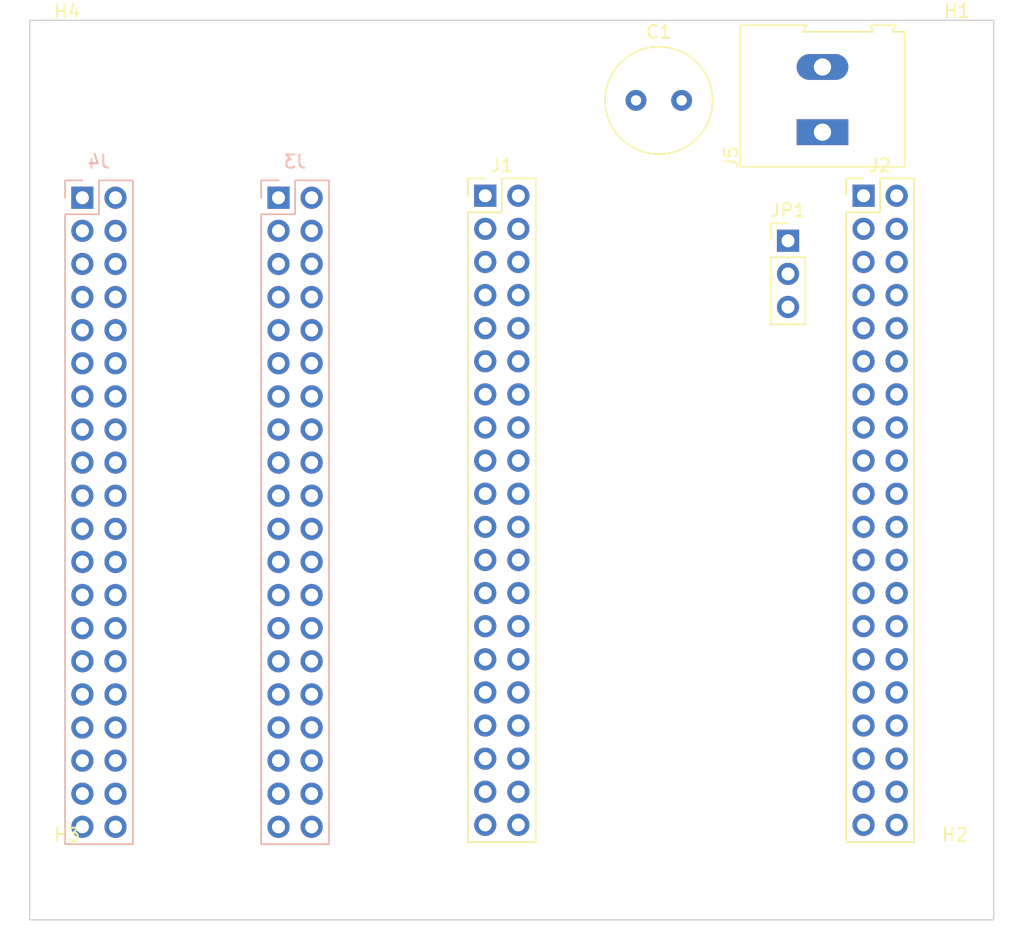
<source format=kicad_pcb>
(kicad_pcb (version 20221018) (generator pcbnew)
  (layers (0 "F.Cu" signal) (31 "B.Cu" signal) (34 "B.Paste" user) (35 "F.Paste" user) (36 "B.SilkS" user "B.Silkscreen") (37 "F.SilkS" user "F.Silkscreen") (38 "B.Mask" user) (39 "F.Mask" user) (44 "Edge.Cuts" user))
  (net 0 "")
  (net 1 "VCC")
  (net 2 "GND")
  (net 3 "Net-(J1-Pin_1)")
  (net 4 "/A0")
  (net 5 "/D0")
  (net 6 "/A1")
  (net 7 "/D1")
  (net 8 "/A2")
  (net 9 "/D2")
  (net 10 "/A3")
  (net 11 "/D3")
  (net 12 "/A4")
  (net 13 "/D4")
  (net 14 "/A5")
  (net 15 "/D5")
  (net 16 "/A6")
  (net 17 "/D6")
  (net 18 "/A7")
  (net 19 "/D7")
  (net 20 "/A8")
  (net 21 "/IO0")
  (net 22 "/A9")
  (net 23 "/IO1")
  (net 24 "/A10")
  (net 25 "/IO2")
  (net 26 "/A11")
  (net 27 "/IO3")
  (net 28 "/A12")
  (net 29 "/IO4")
  (net 30 "/A13")
  (net 31 "/IO5")
  (net 32 "/A14")
  (net 33 "/IO6")
  (net 34 "/A15")
  (net 35 "/IO7")
  (net 36 "/Clock")
  (net 37 "/~{RST}")
  (net 38 "/R~{W}")
  (net 39 "/~{NMI}")
  (net 40 "/~{DMA}")
  (net 41 "/~{IRQ}")
  (net 42 "Net-(J5-Pin_1)")
  (footprint "Connector_PinHeader_2.54mm:PinHeader_1x03_P2.54mm_Vertical" (layer "F.Cu") (at 135.2296 99.7204)
    (fp_text reference "JP1" (at 0 -2.33) (layer "F.SilkS"))
    (fp_text value "PWR_Select")
    (fp_line (start -1.33 -1.33) (end 0 -1.33) (stroke (width 0.12)) (layer "F.SilkS"))
    (fp_line (start -1.33 0) (end -1.33 -1.33) (stroke (width 0.12)) (layer "F.SilkS"))
    (fp_line (start -1.33 1.27) (end -1.33 6.41) (stroke (width 0.12)) (layer "F.SilkS"))
    (fp_line (start -1.33 1.27) (end 1.33 1.27) (stroke (width 0.12)) (layer "F.SilkS"))
    (fp_line (start -1.33 6.41) (end 1.33 6.41) (stroke (width 0.12)) (layer "F.SilkS"))
    (fp_line (start 1.33 1.27) (end 1.33 6.41) (stroke (width 0.12)) (layer "F.SilkS"))
    (pad "1" thru_hole rect (at 0 0) (size 1.7 1.7) (drill 1) (layers "*.Cu" "*.Mask") (net 3 "Net-(J1-Pin_1)"))
    (pad "2" thru_hole oval (at 0 2.54) (size 1.7 1.7) (drill 1) (layers "*.Cu" "*.Mask") (net 1 "VCC"))
    (pad "3" thru_hole oval (at 0 5.08) (size 1.7 1.7) (drill 1) (layers "*.Cu" "*.Mask") (net 42 "Net-(J5-Pin_1)"))
  )
  (footprint "TerminalBlock:TerminalBlock_Altech_AK300-2_P5.00mm" (layer "F.Cu") (at 137.8712 91.3892 90)
    (fp_text reference "J5" (at -1.92 -6.99 90) (layer "F.SilkS"))
    (fp_text value "PWR")
    (fp_line (start -2.65 -6.3) (end -2.65 6.3) (stroke (width 0.12)) (layer "F.SilkS"))
    (fp_line (start -2.65 6.3) (end 7.7 6.3) (stroke (width 0.12)) (layer "F.SilkS"))
    (fp_line (start 7.7 -1.5) (end 8.2 -1.2) (stroke (width 0.12)) (layer "F.SilkS"))
    (fp_line (start 7.7 3.9) (end 7.7 -1.5) (stroke (width 0.12)) (layer "F.SilkS"))
    (fp_line (start 7.7 5.35) (end 8.2 5.6) (stroke (width 0.12)) (layer "F.SilkS"))
    (fp_line (start 7.7 6.3) (end 7.7 5.35) (stroke (width 0.12)) (layer "F.SilkS"))
    (fp_line (start 8.2 -6.3) (end -2.65 -6.3) (stroke (width 0.12)) (layer "F.SilkS"))
    (fp_line (start 8.2 -1.2) (end 8.2 -6.3) (stroke (width 0.12)) (layer "F.SilkS"))
    (fp_line (start 8.2 3.65) (end 7.7 3.9) (stroke (width 0.12)) (layer "F.SilkS"))
    (fp_line (start 8.2 3.7) (end 8.2 3.65) (stroke (width 0.12)) (layer "F.SilkS"))
    (fp_line (start 8.2 5.6) (end 8.2 3.7) (stroke (width 0.12)) (layer "F.SilkS"))
    (pad "1" thru_hole rect (at 0 0 90) (size 1.98 3.96) (drill 1.32) (layers "*.Cu" "*.Mask") (net 42 "Net-(J5-Pin_1)"))
    (pad "2" thru_hole oval (at 5 0 90) (size 1.98 3.96) (drill 1.32) (layers "*.Cu" "*.Mask") (net 2 "GND"))
  )
  (footprint "Connector_PinHeader_2.54mm:PinHeader_2x20_P2.54mm_Vertical" (layer "F.Cu") (at 112.014 96.266)
    (fp_text reference "J1" (at 1.27 -2.33) (layer "F.SilkS"))
    (fp_text value "IN")
    (fp_line (start -1.33 -1.33) (end 0 -1.33) (stroke (width 0.12)) (layer "F.SilkS"))
    (fp_line (start -1.33 0) (end -1.33 -1.33) (stroke (width 0.12)) (layer "F.SilkS"))
    (fp_line (start -1.33 1.27) (end -1.33 49.59) (stroke (width 0.12)) (layer "F.SilkS"))
    (fp_line (start -1.33 1.27) (end 1.27 1.27) (stroke (width 0.12)) (layer "F.SilkS"))
    (fp_line (start -1.33 49.59) (end 3.87 49.59) (stroke (width 0.12)) (layer "F.SilkS"))
    (fp_line (start 1.27 -1.33) (end 3.87 -1.33) (stroke (width 0.12)) (layer "F.SilkS"))
    (fp_line (start 1.27 1.27) (end 1.27 -1.33) (stroke (width 0.12)) (layer "F.SilkS"))
    (fp_line (start 3.87 -1.33) (end 3.87 49.59) (stroke (width 0.12)) (layer "F.SilkS"))
    (pad "1" thru_hole rect (at 0 0) (size 1.7 1.7) (drill 1) (layers "*.Cu" "*.Mask") (net 3 "Net-(J1-Pin_1)"))
    (pad "2" thru_hole oval (at 2.54 0) (size 1.7 1.7) (drill 1) (layers "*.Cu" "*.Mask") (net 2 "GND"))
    (pad "3" thru_hole oval (at 0 2.54) (size 1.7 1.7) (drill 1) (layers "*.Cu" "*.Mask") (net 4 "/A0"))
    (pad "4" thru_hole oval (at 2.54 2.54) (size 1.7 1.7) (drill 1) (layers "*.Cu" "*.Mask") (net 5 "/D0"))
    (pad "5" thru_hole oval (at 0 5.08) (size 1.7 1.7) (drill 1) (layers "*.Cu" "*.Mask") (net 6 "/A1"))
    (pad "6" thru_hole oval (at 2.54 5.08) (size 1.7 1.7) (drill 1) (layers "*.Cu" "*.Mask") (net 7 "/D1"))
    (pad "7" thru_hole oval (at 0 7.62) (size 1.7 1.7) (drill 1) (layers "*.Cu" "*.Mask") (net 8 "/A2"))
    (pad "8" thru_hole oval (at 2.54 7.62) (size 1.7 1.7) (drill 1) (layers "*.Cu" "*.Mask") (net 9 "/D2"))
    (pad "9" thru_hole oval (at 0 10.16) (size 1.7 1.7) (drill 1) (layers "*.Cu" "*.Mask") (net 10 "/A3"))
    (pad "10" thru_hole oval (at 2.54 10.16) (size 1.7 1.7) (drill 1) (layers "*.Cu" "*.Mask") (net 11 "/D3"))
    (pad "11" thru_hole oval (at 0 12.7) (size 1.7 1.7) (drill 1) (layers "*.Cu" "*.Mask") (net 12 "/A4"))
    (pad "12" thru_hole oval (at 2.54 12.7) (size 1.7 1.7) (drill 1) (layers "*.Cu" "*.Mask") (net 13 "/D4"))
    (pad "13" thru_hole oval (at 0 15.24) (size 1.7 1.7) (drill 1) (layers "*.Cu" "*.Mask") (net 14 "/A5"))
    (pad "14" thru_hole oval (at 2.54 15.24) (size 1.7 1.7) (drill 1) (layers "*.Cu" "*.Mask") (net 15 "/D5"))
    (pad "15" thru_hole oval (at 0 17.78) (size 1.7 1.7) (drill 1) (layers "*.Cu" "*.Mask") (net 16 "/A6"))
    (pad "16" thru_hole oval (at 2.54 17.78) (size 1.7 1.7) (drill 1) (layers "*.Cu" "*.Mask") (net 17 "/D6"))
    (pad "17" thru_hole oval (at 0 20.32) (size 1.7 1.7) (drill 1) (layers "*.Cu" "*.Mask") (net 18 "/A7"))
    (pad "18" thru_hole oval (at 2.54 20.32) (size 1.7 1.7) (drill 1) (layers "*.Cu" "*.Mask") (net 19 "/D7"))
    (pad "19" thru_hole oval (at 0 22.86) (size 1.7 1.7) (drill 1) (layers "*.Cu" "*.Mask") (net 20 "/A8"))
    (pad "20" thru_hole oval (at 2.54 22.86) (size 1.7 1.7) (drill 1) (layers "*.Cu" "*.Mask") (net 21 "/IO0"))
    (pad "21" thru_hole oval (at 0 25.4) (size 1.7 1.7) (drill 1) (layers "*.Cu" "*.Mask") (net 22 "/A9"))
    (pad "22" thru_hole oval (at 2.54 25.4) (size 1.7 1.7) (drill 1) (layers "*.Cu" "*.Mask") (net 23 "/IO1"))
    (pad "23" thru_hole oval (at 0 27.94) (size 1.7 1.7) (drill 1) (layers "*.Cu" "*.Mask") (net 24 "/A10"))
    (pad "24" thru_hole oval (at 2.54 27.94) (size 1.7 1.7) (drill 1) (layers "*.Cu" "*.Mask") (net 25 "/IO2"))
    (pad "25" thru_hole oval (at 0 30.48) (size 1.7 1.7) (drill 1) (layers "*.Cu" "*.Mask") (net 26 "/A11"))
    (pad "26" thru_hole oval (at 2.54 30.48) (size 1.7 1.7) (drill 1) (layers "*.Cu" "*.Mask") (net 27 "/IO3"))
    (pad "27" thru_hole oval (at 0 33.02) (size 1.7 1.7) (drill 1) (layers "*.Cu" "*.Mask") (net 28 "/A12"))
    (pad "28" thru_hole oval (at 2.54 33.02) (size 1.7 1.7) (drill 1) (layers "*.Cu" "*.Mask") (net 29 "/IO4"))
    (pad "29" thru_hole oval (at 0 35.56) (size 1.7 1.7) (drill 1) (layers "*.Cu" "*.Mask") (net 30 "/A13"))
    (pad "30" thru_hole oval (at 2.54 35.56) (size 1.7 1.7) (drill 1) (layers "*.Cu" "*.Mask") (net 31 "/IO5"))
    (pad "31" thru_hole oval (at 0 38.1) (size 1.7 1.7) (drill 1) (layers "*.Cu" "*.Mask") (net 32 "/A14"))
    (pad "32" thru_hole oval (at 2.54 38.1) (size 1.7 1.7) (drill 1) (layers "*.Cu" "*.Mask") (net 33 "/IO6"))
    (pad "33" thru_hole oval (at 0 40.64) (size 1.7 1.7) (drill 1) (layers "*.Cu" "*.Mask") (net 34 "/A15"))
    (pad "34" thru_hole oval (at 2.54 40.64) (size 1.7 1.7) (drill 1) (layers "*.Cu" "*.Mask") (net 35 "/IO7"))
    (pad "35" thru_hole oval (at 0 43.18) (size 1.7 1.7) (drill 1) (layers "*.Cu" "*.Mask") (net 36 "/Clock"))
    (pad "36" thru_hole oval (at 2.54 43.18) (size 1.7 1.7) (drill 1) (layers "*.Cu" "*.Mask") (net 37 "/~{RST}"))
    (pad "37" thru_hole oval (at 0 45.72) (size 1.7 1.7) (drill 1) (layers "*.Cu" "*.Mask") (net 38 "/R~{W}"))
    (pad "38" thru_hole oval (at 2.54 45.72) (size 1.7 1.7) (drill 1) (layers "*.Cu" "*.Mask") (net 39 "/~{NMI}"))
    (pad "39" thru_hole oval (at 0 48.26) (size 1.7 1.7) (drill 1) (layers "*.Cu" "*.Mask") (net 40 "/~{DMA}"))
    (pad "40" thru_hole oval (at 2.54 48.26) (size 1.7 1.7) (drill 1) (layers "*.Cu" "*.Mask") (net 41 "/~{IRQ}"))
  )
  (footprint "MountingHole:MountingHole_2.5mm" (layer "F.Cu") (at 79.9592 148.7932)
    (fp_text reference "H3" (at 0 -3.5) (layer "F.SilkS"))
    (fp_text value "MountingHole")
    (pad "" np_thru_hole circle (at 0 0) (size 2.5 2.5) (drill 2.5) (layers "*.Cu" "*.Mask"))
  )
  (footprint "MountingHole:MountingHole_2.5mm" (layer "F.Cu") (at 79.9592 85.6488)
    (fp_text reference "H4" (at 0 -3.5) (layer "F.SilkS"))
    (fp_text value "MountingHole")
    (pad "" np_thru_hole circle (at 0 0) (size 2.5 2.5) (drill 2.5) (layers "*.Cu" "*.Mask"))
  )
  (footprint "MountingHole:MountingHole_2.5mm" (layer "F.Cu") (at 148.0312 148.7932)
    (fp_text reference "H2" (at 0 -3.5) (layer "F.SilkS"))
    (fp_text value "MountingHole")
    (pad "" np_thru_hole circle (at 0 0) (size 2.5 2.5) (drill 2.5) (layers "*.Cu" "*.Mask"))
  )
  (footprint "MountingHole:MountingHole_2.5mm" (layer "F.Cu") (at 148.1836 85.598)
    (fp_text reference "H1" (at 0 -3.5) (layer "F.SilkS"))
    (fp_text value "MountingHole")
    (pad "" np_thru_hole circle (at 0 0) (size 2.5 2.5) (drill 2.5) (layers "*.Cu" "*.Mask"))
  )
  (footprint "Connector_PinHeader_2.54mm:PinHeader_2x20_P2.54mm_Vertical" (layer "F.Cu") (at 141.0208 96.266)
    (fp_text reference "J2" (at 1.27 -2.33) (layer "F.SilkS"))
    (fp_text value "OUT1")
    (fp_line (start -1.33 -1.33) (end 0 -1.33) (stroke (width 0.12)) (layer "F.SilkS"))
    (fp_line (start -1.33 0) (end -1.33 -1.33) (stroke (width 0.12)) (layer "F.SilkS"))
    (fp_line (start -1.33 1.27) (end -1.33 49.59) (stroke (width 0.12)) (layer "F.SilkS"))
    (fp_line (start -1.33 1.27) (end 1.27 1.27) (stroke (width 0.12)) (layer "F.SilkS"))
    (fp_line (start -1.33 49.59) (end 3.87 49.59) (stroke (width 0.12)) (layer "F.SilkS"))
    (fp_line (start 1.27 -1.33) (end 3.87 -1.33) (stroke (width 0.12)) (layer "F.SilkS"))
    (fp_line (start 1.27 1.27) (end 1.27 -1.33) (stroke (width 0.12)) (layer "F.SilkS"))
    (fp_line (start 3.87 -1.33) (end 3.87 49.59) (stroke (width 0.12)) (layer "F.SilkS"))
    (pad "1" thru_hole rect (at 0 0) (size 1.7 1.7) (drill 1) (layers "*.Cu" "*.Mask") (net 1 "VCC"))
    (pad "2" thru_hole oval (at 2.54 0) (size 1.7 1.7) (drill 1) (layers "*.Cu" "*.Mask") (net 2 "GND"))
    (pad "3" thru_hole oval (at 0 2.54) (size 1.7 1.7) (drill 1) (layers "*.Cu" "*.Mask") (net 4 "/A0"))
    (pad "4" thru_hole oval (at 2.54 2.54) (size 1.7 1.7) (drill 1) (layers "*.Cu" "*.Mask") (net 5 "/D0"))
    (pad "5" thru_hole oval (at 0 5.08) (size 1.7 1.7) (drill 1) (layers "*.Cu" "*.Mask") (net 6 "/A1"))
    (pad "6" thru_hole oval (at 2.54 5.08) (size 1.7 1.7) (drill 1) (layers "*.Cu" "*.Mask") (net 7 "/D1"))
    (pad "7" thru_hole oval (at 0 7.62) (size 1.7 1.7) (drill 1) (layers "*.Cu" "*.Mask") (net 8 "/A2"))
    (pad "8" thru_hole oval (at 2.54 7.62) (size 1.7 1.7) (drill 1) (layers "*.Cu" "*.Mask") (net 9 "/D2"))
    (pad "9" thru_hole oval (at 0 10.16) (size 1.7 1.7) (drill 1) (layers "*.Cu" "*.Mask") (net 10 "/A3"))
    (pad "10" thru_hole oval (at 2.54 10.16) (size 1.7 1.7) (drill 1) (layers "*.Cu" "*.Mask") (net 11 "/D3"))
    (pad "11" thru_hole oval (at 0 12.7) (size 1.7 1.7) (drill 1) (layers "*.Cu" "*.Mask") (net 12 "/A4"))
    (pad "12" thru_hole oval (at 2.54 12.7) (size 1.7 1.7) (drill 1) (layers "*.Cu" "*.Mask") (net 13 "/D4"))
    (pad "13" thru_hole oval (at 0 15.24) (size 1.7 1.7) (drill 1) (layers "*.Cu" "*.Mask") (net 14 "/A5"))
    (pad "14" thru_hole oval (at 2.54 15.24) (size 1.7 1.7) (drill 1) (layers "*.Cu" "*.Mask") (net 15 "/D5"))
    (pad "15" thru_hole oval (at 0 17.78) (size 1.7 1.7) (drill 1) (layers "*.Cu" "*.Mask") (net 16 "/A6"))
    (pad "16" thru_hole oval (at 2.54 17.78) (size 1.7 1.7) (drill 1) (layers "*.Cu" "*.Mask") (net 17 "/D6"))
    (pad "17" thru_hole oval (at 0 20.32) (size 1.7 1.7) (drill 1) (layers "*.Cu" "*.Mask") (net 18 "/A7"))
    (pad "18" thru_hole oval (at 2.54 20.32) (size 1.7 1.7) (drill 1) (layers "*.Cu" "*.Mask") (net 19 "/D7"))
    (pad "19" thru_hole oval (at 0 22.86) (size 1.7 1.7) (drill 1) (layers "*.Cu" "*.Mask") (net 20 "/A8"))
    (pad "20" thru_hole oval (at 2.54 22.86) (size 1.7 1.7) (drill 1) (layers "*.Cu" "*.Mask") (net 21 "/IO0"))
    (pad "21" thru_hole oval (at 0 25.4) (size 1.7 1.7) (drill 1) (layers "*.Cu" "*.Mask") (net 22 "/A9"))
    (pad "22" thru_hole oval (at 2.54 25.4) (size 1.7 1.7) (drill 1) (layers "*.Cu" "*.Mask") (net 23 "/IO1"))
    (pad "23" thru_hole oval (at 0 27.94) (size 1.7 1.7) (drill 1) (layers "*.Cu" "*.Mask") (net 24 "/A10"))
    (pad "24" thru_hole oval (at 2.54 27.94) (size 1.7 1.7) (drill 1) (layers "*.Cu" "*.Mask") (net 25 "/IO2"))
    (pad "25" thru_hole oval (at 0 30.48) (size 1.7 1.7) (drill 1) (layers "*.Cu" "*.Mask") (net 26 "/A11"))
    (pad "26" thru_hole oval (at 2.54 30.48) (size 1.7 1.7) (drill 1) (layers "*.Cu" "*.Mask") (net 27 "/IO3"))
    (pad "27" thru_hole oval (at 0 33.02) (size 1.7 1.7) (drill 1) (layers "*.Cu" "*.Mask") (net 28 "/A12"))
    (pad "28" thru_hole oval (at 2.54 33.02) (size 1.7 1.7) (drill 1) (layers "*.Cu" "*.Mask") (net 29 "/IO4"))
    (pad "29" thru_hole oval (at 0 35.56) (size 1.7 1.7) (drill 1) (layers "*.Cu" "*.Mask") (net 30 "/A13"))
    (pad "30" thru_hole oval (at 2.54 35.56) (size 1.7 1.7) (drill 1) (layers "*.Cu" "*.Mask") (net 31 "/IO5"))
    (pad "31" thru_hole oval (at 0 38.1) (size 1.7 1.7) (drill 1) (layers "*.Cu" "*.Mask") (net 32 "/A14"))
    (pad "32" thru_hole oval (at 2.54 38.1) (size 1.7 1.7) (drill 1) (layers "*.Cu" "*.Mask") (net 33 "/IO6"))
    (pad "33" thru_hole oval (at 0 40.64) (size 1.7 1.7) (drill 1) (layers "*.Cu" "*.Mask") (net 34 "/A15"))
    (pad "34" thru_hole oval (at 2.54 40.64) (size 1.7 1.7) (drill 1) (layers "*.Cu" "*.Mask") (net 35 "/IO7"))
    (pad "35" thru_hole oval (at 0 43.18) (size 1.7 1.7) (drill 1) (layers "*.Cu" "*.Mask") (net 36 "/Clock"))
    (pad "36" thru_hole oval (at 2.54 43.18) (size 1.7 1.7) (drill 1) (layers "*.Cu" "*.Mask") (net 37 "/~{RST}"))
    (pad "37" thru_hole oval (at 0 45.72) (size 1.7 1.7) (drill 1) (layers "*.Cu" "*.Mask") (net 38 "/R~{W}"))
    (pad "38" thru_hole oval (at 2.54 45.72) (size 1.7 1.7) (drill 1) (layers "*.Cu" "*.Mask") (net 39 "/~{NMI}"))
    (pad "39" thru_hole oval (at 0 48.26) (size 1.7 1.7) (drill 1) (layers "*.Cu" "*.Mask") (net 40 "/~{DMA}"))
    (pad "40" thru_hole oval (at 2.54 48.26) (size 1.7 1.7) (drill 1) (layers "*.Cu" "*.Mask") (net 41 "/~{IRQ}"))
  )
  (footprint "Capacitor_THT:C_Radial_D8.0mm_H7.0mm_P3.50mm" (layer "F.Cu") (at 123.5736 88.9508)
    (fp_text reference "C1" (at 1.75 -5.25) (layer "F.SilkS"))
    (fp_text value "1u")
    (fp_circle (center 1.75 0) (end 5.87 0) (stroke (width 0.12)) (fill none) (layer "F.SilkS"))
    (pad "1" thru_hole circle (at 0 0) (size 1.6 1.6) (drill 0.8) (layers "*.Cu" "*.Mask") (net 1 "VCC"))
    (pad "2" thru_hole circle (at 3.5 0) (size 1.6 1.6) (drill 0.8) (layers "*.Cu" "*.Mask") (net 2 "GND"))
  )
  (footprint "Connector_PinSocket_2.54mm:PinSocket_2x20_P2.54mm_Vertical" (layer "B.Cu") (at 81.1276 96.4184 180)
    (fp_text reference "J4" (at -1.27 2.77) (layer "B.SilkS") (effects (justify mirror)))
    (fp_text value "OUT3")
    (fp_line (start -3.87 -49.59) (end 1.33 -49.59) (stroke (width 0.12)) (layer "B.SilkS"))
    (fp_line (start -3.87 1.33) (end -3.87 -49.59) (stroke (width 0.12)) (layer "B.SilkS"))
    (fp_line (start -3.87 1.33) (end -1.27 1.33) (stroke (width 0.12)) (layer "B.SilkS"))
    (fp_line (start -1.27 -1.27) (end 1.33 -1.27) (stroke (width 0.12)) (layer "B.SilkS"))
    (fp_line (start -1.27 1.33) (end -1.27 -1.27) (stroke (width 0.12)) (layer "B.SilkS"))
    (fp_line (start 0 1.33) (end 1.33 1.33) (stroke (width 0.12)) (layer "B.SilkS"))
    (fp_line (start 1.33 -1.27) (end 1.33 -49.59) (stroke (width 0.12)) (layer "B.SilkS"))
    (fp_line (start 1.33 1.33) (end 1.33 0) (stroke (width 0.12)) (layer "B.SilkS"))
    (pad "1" thru_hole rect (at 0 0 180) (size 1.7 1.7) (drill 1) (layers "*.Cu" "*.Mask") (net 1 "VCC"))
    (pad "2" thru_hole oval (at -2.54 0 180) (size 1.7 1.7) (drill 1) (layers "*.Cu" "*.Mask") (net 2 "GND"))
    (pad "3" thru_hole oval (at 0 -2.54 180) (size 1.7 1.7) (drill 1) (layers "*.Cu" "*.Mask") (net 4 "/A0"))
    (pad "4" thru_hole oval (at -2.54 -2.54 180) (size 1.7 1.7) (drill 1) (layers "*.Cu" "*.Mask") (net 5 "/D0"))
    (pad "5" thru_hole oval (at 0 -5.08 180) (size 1.7 1.7) (drill 1) (layers "*.Cu" "*.Mask") (net 6 "/A1"))
    (pad "6" thru_hole oval (at -2.54 -5.08 180) (size 1.7 1.7) (drill 1) (layers "*.Cu" "*.Mask") (net 7 "/D1"))
    (pad "7" thru_hole oval (at 0 -7.62 180) (size 1.7 1.7) (drill 1) (layers "*.Cu" "*.Mask") (net 8 "/A2"))
    (pad "8" thru_hole oval (at -2.54 -7.62 180) (size 1.7 1.7) (drill 1) (layers "*.Cu" "*.Mask") (net 9 "/D2"))
    (pad "9" thru_hole oval (at 0 -10.16 180) (size 1.7 1.7) (drill 1) (layers "*.Cu" "*.Mask") (net 10 "/A3"))
    (pad "10" thru_hole oval (at -2.54 -10.16 180) (size 1.7 1.7) (drill 1) (layers "*.Cu" "*.Mask") (net 11 "/D3"))
    (pad "11" thru_hole oval (at 0 -12.7 180) (size 1.7 1.7) (drill 1) (layers "*.Cu" "*.Mask") (net 12 "/A4"))
    (pad "12" thru_hole oval (at -2.54 -12.7 180) (size 1.7 1.7) (drill 1) (layers "*.Cu" "*.Mask") (net 13 "/D4"))
    (pad "13" thru_hole oval (at 0 -15.24 180) (size 1.7 1.7) (drill 1) (layers "*.Cu" "*.Mask") (net 14 "/A5"))
    (pad "14" thru_hole oval (at -2.54 -15.24 180) (size 1.7 1.7) (drill 1) (layers "*.Cu" "*.Mask") (net 15 "/D5"))
    (pad "15" thru_hole oval (at 0 -17.78 180) (size 1.7 1.7) (drill 1) (layers "*.Cu" "*.Mask") (net 16 "/A6"))
    (pad "16" thru_hole oval (at -2.54 -17.78 180) (size 1.7 1.7) (drill 1) (layers "*.Cu" "*.Mask") (net 17 "/D6"))
    (pad "17" thru_hole oval (at 0 -20.32 180) (size 1.7 1.7) (drill 1) (layers "*.Cu" "*.Mask") (net 18 "/A7"))
    (pad "18" thru_hole oval (at -2.54 -20.32 180) (size 1.7 1.7) (drill 1) (layers "*.Cu" "*.Mask") (net 19 "/D7"))
    (pad "19" thru_hole oval (at 0 -22.86 180) (size 1.7 1.7) (drill 1) (layers "*.Cu" "*.Mask") (net 20 "/A8"))
    (pad "20" thru_hole oval (at -2.54 -22.86 180) (size 1.7 1.7) (drill 1) (layers "*.Cu" "*.Mask") (net 21 "/IO0"))
    (pad "21" thru_hole oval (at 0 -25.4 180) (size 1.7 1.7) (drill 1) (layers "*.Cu" "*.Mask") (net 22 "/A9"))
    (pad "22" thru_hole oval (at -2.54 -25.4 180) (size 1.7 1.7) (drill 1) (layers "*.Cu" "*.Mask") (net 23 "/IO1"))
    (pad "23" thru_hole oval (at 0 -27.94 180) (size 1.7 1.7) (drill 1) (layers "*.Cu" "*.Mask") (net 24 "/A10"))
    (pad "24" thru_hole oval (at -2.54 -27.94 180) (size 1.7 1.7) (drill 1) (layers "*.Cu" "*.Mask") (net 25 "/IO2"))
    (pad "25" thru_hole oval (at 0 -30.48 180) (size 1.7 1.7) (drill 1) (layers "*.Cu" "*.Mask") (net 26 "/A11"))
    (pad "26" thru_hole oval (at -2.54 -30.48 180) (size 1.7 1.7) (drill 1) (layers "*.Cu" "*.Mask") (net 27 "/IO3"))
    (pad "27" thru_hole oval (at 0 -33.02 180) (size 1.7 1.7) (drill 1) (layers "*.Cu" "*.Mask") (net 28 "/A12"))
    (pad "28" thru_hole oval (at -2.54 -33.02 180) (size 1.7 1.7) (drill 1) (layers "*.Cu" "*.Mask") (net 29 "/IO4"))
    (pad "29" thru_hole oval (at 0 -35.56 180) (size 1.7 1.7) (drill 1) (layers "*.Cu" "*.Mask") (net 30 "/A13"))
    (pad "30" thru_hole oval (at -2.54 -35.56 180) (size 1.7 1.7) (drill 1) (layers "*.Cu" "*.Mask") (net 31 "/IO5"))
    (pad "31" thru_hole oval (at 0 -38.1 180) (size 1.7 1.7) (drill 1) (layers "*.Cu" "*.Mask") (net 32 "/A14"))
    (pad "32" thru_hole oval (at -2.54 -38.1 180) (size 1.7 1.7) (drill 1) (layers "*.Cu" "*.Mask") (net 33 "/IO6"))
    (pad "33" thru_hole oval (at 0 -40.64 180) (size 1.7 1.7) (drill 1) (layers "*.Cu" "*.Mask") (net 34 "/A15"))
    (pad "34" thru_hole oval (at -2.54 -40.64 180) (size 1.7 1.7) (drill 1) (layers "*.Cu" "*.Mask") (net 35 "/IO7"))
    (pad "35" thru_hole oval (at 0 -43.18 180) (size 1.7 1.7) (drill 1) (layers "*.Cu" "*.Mask") (net 36 "/Clock"))
    (pad "36" thru_hole oval (at -2.54 -43.18 180) (size 1.7 1.7) (drill 1) (layers "*.Cu" "*.Mask") (net 37 "/~{RST}"))
    (pad "37" thru_hole oval (at 0 -45.72 180) (size 1.7 1.7) (drill 1) (layers "*.Cu" "*.Mask") (net 38 "/R~{W}"))
    (pad "38" thru_hole oval (at -2.54 -45.72 180) (size 1.7 1.7) (drill 1) (layers "*.Cu" "*.Mask") (net 39 "/~{NMI}"))
    (pad "39" thru_hole oval (at 0 -48.26 180) (size 1.7 1.7) (drill 1) (layers "*.Cu" "*.Mask") (net 40 "/~{DMA}"))
    (pad "40" thru_hole oval (at -2.54 -48.26 180) (size 1.7 1.7) (drill 1) (layers "*.Cu" "*.Mask") (net 41 "/~{IRQ}"))
  )
  (footprint "Connector_PinSocket_2.54mm:PinSocket_2x20_P2.54mm_Vertical" (layer "B.Cu") (at 96.1644 96.4184 180)
    (fp_text reference "J3" (at -1.27 2.77) (layer "B.SilkS") (effects (justify mirror)))
    (fp_text value "OUT2")
    (fp_line (start -3.87 -49.59) (end 1.33 -49.59) (stroke (width 0.12)) (layer "B.SilkS"))
    (fp_line (start -3.87 1.33) (end -3.87 -49.59) (stroke (width 0.12)) (layer "B.SilkS"))
    (fp_line (start -3.87 1.33) (end -1.27 1.33) (stroke (width 0.12)) (layer "B.SilkS"))
    (fp_line (start -1.27 -1.27) (end 1.33 -1.27) (stroke (width 0.12)) (layer "B.SilkS"))
    (fp_line (start -1.27 1.33) (end -1.27 -1.27) (stroke (width 0.12)) (layer "B.SilkS"))
    (fp_line (start 0 1.33) (end 1.33 1.33) (stroke (width 0.12)) (layer "B.SilkS"))
    (fp_line (start 1.33 -1.27) (end 1.33 -49.59) (stroke (width 0.12)) (layer "B.SilkS"))
    (fp_line (start 1.33 1.33) (end 1.33 0) (stroke (width 0.12)) (layer "B.SilkS"))
    (pad "1" thru_hole rect (at 0 0 180) (size 1.7 1.7) (drill 1) (layers "*.Cu" "*.Mask") (net 1 "VCC"))
    (pad "2" thru_hole oval (at -2.54 0 180) (size 1.7 1.7) (drill 1) (layers "*.Cu" "*.Mask") (net 2 "GND"))
    (pad "3" thru_hole oval (at 0 -2.54 180) (size 1.7 1.7) (drill 1) (layers "*.Cu" "*.Mask") (net 4 "/A0"))
    (pad "4" thru_hole oval (at -2.54 -2.54 180) (size 1.7 1.7) (drill 1) (layers "*.Cu" "*.Mask") (net 5 "/D0"))
    (pad "5" thru_hole oval (at 0 -5.08 180) (size 1.7 1.7) (drill 1) (layers "*.Cu" "*.Mask") (net 6 "/A1"))
    (pad "6" thru_hole oval (at -2.54 -5.08 180) (size 1.7 1.7) (drill 1) (layers "*.Cu" "*.Mask") (net 7 "/D1"))
    (pad "7" thru_hole oval (at 0 -7.62 180) (size 1.7 1.7) (drill 1) (layers "*.Cu" "*.Mask") (net 8 "/A2"))
    (pad "8" thru_hole oval (at -2.54 -7.62 180) (size 1.7 1.7) (drill 1) (layers "*.Cu" "*.Mask") (net 9 "/D2"))
    (pad "9" thru_hole oval (at 0 -10.16 180) (size 1.7 1.7) (drill 1) (layers "*.Cu" "*.Mask") (net 10 "/A3"))
    (pad "10" thru_hole oval (at -2.54 -10.16 180) (size 1.7 1.7) (drill 1) (layers "*.Cu" "*.Mask") (net 11 "/D3"))
    (pad "11" thru_hole oval (at 0 -12.7 180) (size 1.7 1.7) (drill 1) (layers "*.Cu" "*.Mask") (net 12 "/A4"))
    (pad "12" thru_hole oval (at -2.54 -12.7 180) (size 1.7 1.7) (drill 1) (layers "*.Cu" "*.Mask") (net 13 "/D4"))
    (pad "13" thru_hole oval (at 0 -15.24 180) (size 1.7 1.7) (drill 1) (layers "*.Cu" "*.Mask") (net 14 "/A5"))
    (pad "14" thru_hole oval (at -2.54 -15.24 180) (size 1.7 1.7) (drill 1) (layers "*.Cu" "*.Mask") (net 15 "/D5"))
    (pad "15" thru_hole oval (at 0 -17.78 180) (size 1.7 1.7) (drill 1) (layers "*.Cu" "*.Mask") (net 16 "/A6"))
    (pad "16" thru_hole oval (at -2.54 -17.78 180) (size 1.7 1.7) (drill 1) (layers "*.Cu" "*.Mask") (net 17 "/D6"))
    (pad "17" thru_hole oval (at 0 -20.32 180) (size 1.7 1.7) (drill 1) (layers "*.Cu" "*.Mask") (net 18 "/A7"))
    (pad "18" thru_hole oval (at -2.54 -20.32 180) (size 1.7 1.7) (drill 1) (layers "*.Cu" "*.Mask") (net 19 "/D7"))
    (pad "19" thru_hole oval (at 0 -22.86 180) (size 1.7 1.7) (drill 1) (layers "*.Cu" "*.Mask") (net 20 "/A8"))
    (pad "20" thru_hole oval (at -2.54 -22.86 180) (size 1.7 1.7) (drill 1) (layers "*.Cu" "*.Mask") (net 21 "/IO0"))
    (pad "21" thru_hole oval (at 0 -25.4 180) (size 1.7 1.7) (drill 1) (layers "*.Cu" "*.Mask") (net 22 "/A9"))
    (pad "22" thru_hole oval (at -2.54 -25.4 180) (size 1.7 1.7) (drill 1) (layers "*.Cu" "*.Mask") (net 23 "/IO1"))
    (pad "23" thru_hole oval (at 0 -27.94 180) (size 1.7 1.7) (drill 1) (layers "*.Cu" "*.Mask") (net 24 "/A10"))
    (pad "24" thru_hole oval (at -2.54 -27.94 180) (size 1.7 1.7) (drill 1) (layers "*.Cu" "*.Mask") (net 25 "/IO2"))
    (pad "25" thru_hole oval (at 0 -30.48 180) (size 1.7 1.7) (drill 1) (layers "*.Cu" "*.Mask") (net 26 "/A11"))
    (pad "26" thru_hole oval (at -2.54 -30.48 180) (size 1.7 1.7) (drill 1) (layers "*.Cu" "*.Mask") (net 27 "/IO3"))
    (pad "27" thru_hole oval (at 0 -33.02 180) (size 1.7 1.7) (drill 1) (layers "*.Cu" "*.Mask") (net 28 "/A12"))
    (pad "28" thru_hole oval (at -2.54 -33.02 180) (size 1.7 1.7) (drill 1) (layers "*.Cu" "*.Mask") (net 29 "/IO4"))
    (pad "29" thru_hole oval (at 0 -35.56 180) (size 1.7 1.7) (drill 1) (layers "*.Cu" "*.Mask") (net 30 "/A13"))
    (pad "30" thru_hole oval (at -2.54 -35.56 180) (size 1.7 1.7) (drill 1) (layers "*.Cu" "*.Mask") (net 31 "/IO5"))
    (pad "31" thru_hole oval (at 0 -38.1 180) (size 1.7 1.7) (drill 1) (layers "*.Cu" "*.Mask") (net 32 "/A14"))
    (pad "32" thru_hole oval (at -2.54 -38.1 180) (size 1.7 1.7) (drill 1) (layers "*.Cu" "*.Mask") (net 33 "/IO6"))
    (pad "33" thru_hole oval (at 0 -40.64 180) (size 1.7 1.7) (drill 1) (layers "*.Cu" "*.Mask") (net 34 "/A15"))
    (pad "34" thru_hole oval (at -2.54 -40.64 180) (size 1.7 1.7) (drill 1) (layers "*.Cu" "*.Mask") (net 35 "/IO7"))
    (pad "35" thru_hole oval (at 0 -43.18 180) (size 1.7 1.7) (drill 1) (layers "*.Cu" "*.Mask") (net 36 "/Clock"))
    (pad "36" thru_hole oval (at -2.54 -43.18 180) (size 1.7 1.7) (drill 1) (layers "*.Cu" "*.Mask") (net 37 "/~{RST}"))
    (pad "37" thru_hole oval (at 0 -45.72 180) (size 1.7 1.7) (drill 1) (layers "*.Cu" "*.Mask") (net 38 "/R~{W}"))
    (pad "38" thru_hole oval (at -2.54 -45.72 180) (size 1.7 1.7) (drill 1) (layers "*.Cu" "*.Mask") (net 39 "/~{NMI}"))
    (pad "39" thru_hole oval (at 0 -48.26 180) (size 1.7 1.7) (drill 1) (layers "*.Cu" "*.Mask") (net 40 "/~{DMA}"))
    (pad "40" thru_hole oval (at -2.54 -48.26 180) (size 1.7 1.7) (drill 1) (layers "*.Cu" "*.Mask") (net 41 "/~{IRQ}"))
  )
  (gr_rect (start 77.091 82.804) (end 151.001 151.814) (stroke (width 0.1)) (fill none) (layer "Edge.Cuts"))
)
</source>
